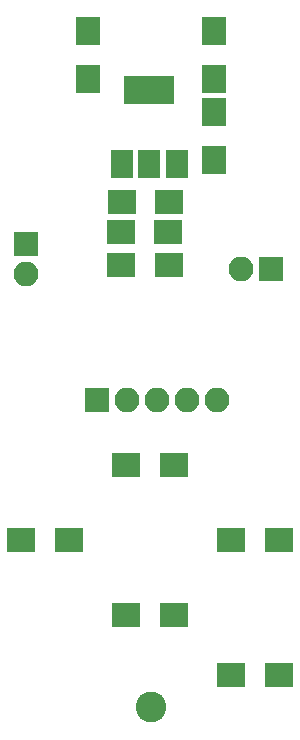
<source format=gbr>
G04 #@! TF.FileFunction,Soldermask,Bot*
%FSLAX46Y46*%
G04 Gerber Fmt 4.6, Leading zero omitted, Abs format (unit mm)*
G04 Created by KiCad (PCBNEW 4.0.4-stable) date 04/22/19 13:39:38*
%MOMM*%
%LPD*%
G01*
G04 APERTURE LIST*
%ADD10C,0.100000*%
%ADD11R,2.000000X2.400000*%
%ADD12R,2.100000X2.100000*%
%ADD13O,2.100000X2.100000*%
%ADD14R,2.400000X2.000000*%
%ADD15R,2.400000X2.100000*%
%ADD16R,4.200000X2.400000*%
%ADD17R,1.900000X2.400000*%
%ADD18C,2.600000*%
G04 APERTURE END LIST*
D10*
D11*
X98247200Y-91128600D03*
X98247200Y-87128600D03*
X108915200Y-91128600D03*
X108915200Y-87128600D03*
D12*
X99009200Y-118338600D03*
D13*
X101549200Y-118338600D03*
X104089200Y-118338600D03*
X106629200Y-118338600D03*
X109169200Y-118338600D03*
D14*
X101035100Y-104101900D03*
X105035100Y-104101900D03*
D11*
X108915200Y-93986600D03*
X108915200Y-97986600D03*
D15*
X105085900Y-106883200D03*
X101085900Y-106883200D03*
D12*
X92989400Y-105168700D03*
D13*
X92989400Y-107708700D03*
D15*
X101098600Y-101612700D03*
X105098600Y-101612700D03*
D16*
X103466900Y-92100000D03*
D17*
X103466900Y-98400000D03*
X101166900Y-98400000D03*
X105766900Y-98400000D03*
D12*
X113779300Y-107213400D03*
D13*
X111239300Y-107213400D03*
D15*
X110395000Y-141605000D03*
X114395000Y-141605000D03*
X96615000Y-130175000D03*
X92615000Y-130175000D03*
X101505000Y-123825000D03*
X105505000Y-123825000D03*
X114395000Y-130175000D03*
X110395000Y-130175000D03*
X101505000Y-136525000D03*
X105505000Y-136525000D03*
D18*
X103632000Y-144335500D03*
M02*

</source>
